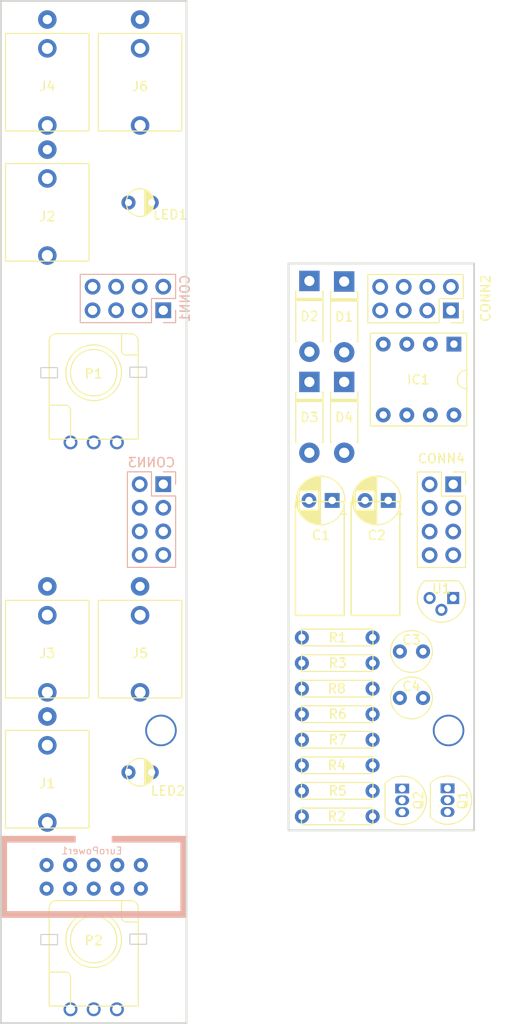
<source format=kicad_pcb>
(kicad_pcb (version 20211014) (generator pcbnew)
  (layers (0 "F.Cu" signal) (31 "B.Cu" signal) (34 "B.Paste" user) (35 "F.Paste" user) (36 "B.SilkS" user "B.Silkscreen") (37 "F.SilkS" user "F.Silkscreen") (38 "B.Mask" user) (39 "F.Mask" user) (44 "Edge.Cuts" user))
  (net 0 "")
  (net 1 "+12V")
  (net 2 "Earth")
  (net 3 "-12V")
  (net 4 "Net-(D2-Pad2)")
  (net 5 "+5V")
  (net 6 "Net-(R4-Pad1)")
  (net 7 "Net-(J1-Pad3)")
  (net 8 "Net-(J2-Pad3)")
  (net 11 "Net-(D3-Pad1)")
  (net 12 "/COM2A A")
  (net 13 "/COM1A A")
  (net 14 "/COM2OUT A")
  (net 15 "/COM1OUT A")
  (net 16 "/COM1LED A")
  (net 17 "/COM2LED A")
  (net 18 "/COM2B A")
  (net 19 "/COM1B A")
  (net 20 "/COM2LED B")
  (net 21 "/COM1LED B")
  (net 22 "/COM1OUT B")
  (net 23 "/COM2OUT B")
  (net 24 "Net-(R1-Pad1)")
  (net 25 "Net-(R2-Pad1)")
  (net 26 "/COM1A B")
  (net 27 "/COM1B B")
  (net 28 "/12V B")
  (net 29 "/GND B")
  (net 30 "/-12V B")
  (net 31 "/COM2A B")
  (net 32 "/COM2B B")
  (net 33 "Net-(CONN4-Pad5)")
  (net 34 "Net-(D4-Pad1)")
  (net 35 "Net-(D4-Pad2)")
  (footprint "Eurorack:Capacitor Small Non-Polarised" (layer "F.Cu") (at 43 75)
    (fp_text reference "C4" (at 1.25 -1.25 unlocked) (layer "F.SilkS"))
    (fp_text value "100n")
    (pad "1" thru_hole circle (at 0 0) (size 1.524 1.524) (drill 0.762) (layers *.Cu *.Mask) (net 5 "+5V"))
    (pad "2" thru_hole circle (at 2.5 0) (size 1.524 1.524) (drill 0.762) (layers *.Cu *.Mask) (net 29 "/GND B"))
  )
  (footprint "Eurorack:Resistor 0.25W Through-Hole Short" (layer "F.Cu") (at 36.25 76.75)
    (fp_text reference "R6" (at 0.05 0 unlocked) (layer "F.SilkS"))
    (fp_text value "100K")
    (pad "1" thru_hole circle (at -3.81 0) (size 1.524 1.524) (drill 0.762) (layers *.Cu *.Mask) (net 29 "/GND B"))
    (pad "2" thru_hole circle (at 3.81 0) (size 1.524 1.524) (drill 0.762) (layers *.Cu *.Mask) (net 35 "Net-(D4-Pad2)"))
  )
  (footprint "Eurorack:Thonkiconn Mono Jack" (layer "F.Cu") (at 5 22 -90)
    (fp_text reference "J2" (at 1.2 0 unlocked) (layer "F.SilkS"))
    (fp_text value "Comparator 1 B")
    (pad "1" thru_hole circle (at -6 0 270) (size 2 2) (drill 1) (layers *.Cu *.Mask) (net 2 "Earth"))
    (pad "2" thru_hole circle (at -2.9 0 270) (size 2 2) (drill 1.2) (layers *.Cu *.Mask) (net 1 "+12V"))
    (pad "3" thru_hole circle (at 5.4 0 270) (size 2 2) (drill 1.2) (layers *.Cu *.Mask) (net 8 "Net-(J2-Pad3)"))
  )
  (footprint "Eurorack:Resistor 0.25W Through-Hole Short" (layer "F.Cu") (at 36.25 71.25)
    (fp_text reference "R3" (at 0.05 0 unlocked) (layer "F.SilkS"))
    (fp_text value "100K")
    (pad "1" thru_hole circle (at -3.81 0) (size 1.524 1.524) (drill 0.762) (layers *.Cu *.Mask) (net 34 "Net-(D4-Pad1)"))
    (pad "2" thru_hole circle (at 3.81 0) (size 1.524 1.524) (drill 0.762) (layers *.Cu *.Mask) (net 24 "Net-(R1-Pad1)"))
  )
  (footprint "Eurorack:Resistor 0.25W Through-Hole Short" (layer "F.Cu") (at 36.25 85)
    (fp_text reference "R5" (at 0.05 0 unlocked) (layer "F.SilkS"))
    (fp_text value "100K")
    (pad "1" thru_hole circle (at -3.81 0) (size 1.524 1.524) (drill 0.762) (layers *.Cu *.Mask) (net 11 "Net-(D3-Pad1)"))
    (pad "2" thru_hole circle (at 3.81 0) (size 1.524 1.524) (drill 0.762) (layers *.Cu *.Mask) (net 25 "Net-(R2-Pad1)"))
  )
  (footprint "Eurorack:Resistor 0.25W Through-Hole Short" (layer "F.Cu") (at 36.25 82.25 180)
    (fp_text reference "R4" (at 0.05 0 unlocked) (layer "F.SilkS"))
    (fp_text value "1K")
    (pad "1" thru_hole circle (at -3.81 0 180) (size 1.524 1.524) (drill 0.762) (layers *.Cu *.Mask) (net 6 "Net-(R4-Pad1)"))
    (pad "2" thru_hole circle (at 3.81 0 180) (size 1.524 1.524) (drill 0.762) (layers *.Cu *.Mask) (net 22 "/COM1OUT B"))
  )
  (footprint "Capacitor_THT:CP_Radial_D5.0mm_P2.50mm" (layer "F.Cu") (at 35.705113 53.75 180)
    (fp_text reference "C1" (at 1.205113 -3.75 180) (layer "F.SilkS"))
    (fp_text value "10u")
    (pad "1" thru_hole rect (at 0 0 180) (size 1.6 1.6) (drill 0.8) (layers *.Cu *.Mask) (net 28 "/12V B"))
    (pad "2" thru_hole circle (at 2.5 0 180) (size 1.6 1.6) (drill 0.8) (layers *.Cu *.Mask) (net 29 "/GND B"))
  )
  (footprint "Diode_THT:D_DO-41_SOD81_P7.62mm_Horizontal" (layer "F.Cu") (at 33.25 30.13 -90)
    (fp_text reference "D2" (at 3.81 0 180) (layer "F.SilkS"))
    (fp_text value "DIODE")
    (pad "1" thru_hole rect (at 0 0 270) (size 2.2 2.2) (drill 1.1) (layers *.Cu *.Mask) (net 30 "/-12V B"))
    (pad "2" thru_hole oval (at 7.62 0 270) (size 2.2 2.2) (drill 1.1) (layers *.Cu *.Mask) (net 4 "Net-(D2-Pad2)"))
  )
  (footprint "Eurorack:Potentiometer 9mm Vertical Linear" (layer "F.Cu") (at 10 108.505)
    (fp_text reference "P2" (at 0 -7.4 unlocked) (layer "F.SilkS"))
    (fp_text value "Comparator 1 Attenuator")
    (fp_rect (start -5.7 -6.95) (end -3.9 -8.05) (layer "Edge.Cuts") (width 0.12) (fill none))
    (fp_rect (start 3.9 -7) (end 5.7 -8.1) (layer "Edge.Cuts") (width 0.12) (fill none))
    (pad "1" thru_hole circle (at -2.5 0) (size 1.5 1.5) (drill 1) (layers *.Cu *.Mask) (net 2 "Earth"))
    (pad "2" thru_hole circle (at 0 0) (size 1.5 1.5) (drill 1) (layers *.Cu *.Mask) (net 19 "/COM1B A"))
    (pad "3" thru_hole circle (at 2.5 0) (size 1.5 1.5) (drill 1) (layers *.Cu *.Mask) (net 8 "Net-(J2-Pad3)"))
  )
  (footprint "Eurorack:Resistor 0.25W Through-Hole Short" (layer "F.Cu") (at 36.25 87.75 180)
    (fp_text reference "R2" (at 0.05 0 unlocked) (layer "F.SilkS"))
    (fp_text value "4.7K")
    (pad "1" thru_hole circle (at -3.81 0 180) (size 1.524 1.524) (drill 0.762) (layers *.Cu *.Mask) (net 25 "Net-(R2-Pad1)"))
    (pad "2" thru_hole circle (at 3.81 0 180) (size 1.524 1.524) (drill 0.762) (layers *.Cu *.Mask) (net 21 "/COM1LED B"))
  )
  (footprint "Eurorack:LED 3mm" (layer "F.Cu") (at 15 21.7)
    (fp_text reference "LED1" (at 3.25 1.3 unlocked) (layer "F.SilkS"))
    (fp_text value "Comparator 1 LED")
    (pad "1" thru_hole circle (at -1.25 0) (size 1.524 1.524) (drill 0.762) (layers *.Cu *.Mask) (net 2 "Earth"))
    (pad "2" thru_hole circle (at 1.25 0) (size 1.524 1.524) (drill 0.762) (layers *.Cu *.Mask) (net 16 "/COM1LED A"))
  )
  (footprint "Connector_PinSocket_2.54mm:PinSocket_2x04_P2.54mm_Vertical" (layer "F.Cu") (at 48.5 33.305 -90)
    (fp_text reference "CONN2" (at -1.305 -3.75 90) (layer "F.SilkS"))
    (fp_text value "Conn_01x08_Female")
    (pad "1" thru_hole rect (at 0 0 270) (size 1.7 1.7) (drill 1) (layers *.Cu *.Mask) (net 26 "/COM1A B"))
    (pad "2" thru_hole oval (at -2.54 0 270) (size 1.7 1.7) (drill 1) (layers *.Cu *.Mask) (net 27 "/COM1B B"))
    (pad "3" thru_hole oval (at 0 2.54 270) (size 1.7 1.7) (drill 1) (layers *.Cu *.Mask) (net 22 "/COM1OUT B"))
    (pad "4" thru_hole oval (at -2.54 2.54 270) (size 1.7 1.7) (drill 1) (layers *.Cu *.Mask) (net 21 "/COM1LED B"))
    (pad "5" thru_hole oval (at 0 5.08 270) (size 1.7 1.7) (drill 1) (layers *.Cu *.Mask) (net 28 "/12V B"))
    (pad "6" thru_hole oval (at -2.54 5.08 270) (size 1.7 1.7) (drill 1) (layers *.Cu *.Mask) (net 29 "/GND B"))
    (pad "7" thru_hole oval (at 0 7.62 270) (size 1.7 1.7) (drill 1) (layers *.Cu *.Mask) (net 29 "/GND B"))
    (pad "8" thru_hole oval (at -2.54 7.62 270) (size 1.7 1.7) (drill 1) (layers *.Cu *.Mask) (net 30 "/-12V B"))
  )
  (footprint "Diode_THT:D_DO-41_SOD81_P7.62mm_Horizontal" (layer "F.Cu") (at 37 30.19 -90)
    (fp_text reference "D1" (at 3.81 0 180) (layer "F.SilkS"))
    (fp_text value "DIODE")
    (pad "1" thru_hole rect (at 0 0 270) (size 2.2 2.2) (drill 1.1) (layers *.Cu *.Mask) (net 33 "Net-(CONN4-Pad5)"))
    (pad "2" thru_hole oval (at 7.62 0 270) (size 2.2 2.2) (drill 1.1) (layers *.Cu *.Mask) (net 28 "/12V B"))
  )
  (footprint "Package_TO_SOT_THT:TO-92_Inline" (layer "F.Cu") (at 43.25 84.75 -90)
    (fp_text reference "Q2" (at 1.27 -1.75 90) (layer "F.SilkS"))
    (fp_text value "2N3904")
    (pad "1" thru_hole rect (at 0 0 270) (size 1.05 1.5) (drill 0.75) (layers *.Cu *.Mask) (net 6 "Net-(R4-Pad1)"))
    (pad "2" thru_hole oval (at 1.27 0 270) (size 1.05 1.5) (drill 0.75) (layers *.Cu *.Mask) (net 11 "Net-(D3-Pad1)"))
    (pad "3" thru_hole oval (at 2.54 0 270) (size 1.05 1.5) (drill 0.75) (layers *.Cu *.Mask) (net 5 "+5V"))
  )
  (footprint "Package_TO_SOT_THT:TO-92" (layer "F.Cu") (at 48.75 64.25 180)
    (fp_text reference "U1" (at 1.27 1) (layer "F.SilkS"))
    (fp_text value "L7805")
    (pad "1" thru_hole rect (at 0 0 180) (size 1.3 1.3) (drill 0.75) (layers *.Cu *.Mask) (net 28 "/12V B"))
    (pad "2" thru_hole circle (at 1.27 -1.27 180) (size 1.3 1.3) (drill 0.75) (layers *.Cu *.Mask) (net 29 "/GND B"))
    (pad "3" thru_hole circle (at 2.54 0 180) (size 1.3 1.3) (drill 0.75) (layers *.Cu *.Mask) (net 5 "+5V"))
  )
  (footprint "Eurorack:Thonkiconn Mono Jack" (layer "F.Cu") (at 5 8 -90)
    (fp_text reference "J4" (at 1.2 0 unlocked) (layer "F.SilkS"))
    (fp_text value "Comparator 1 A")
    (pad "1" thru_hole circle (at -6 0 270) (size 2 2) (drill 1) (layers *.Cu *.Mask) (net 2 "Earth"))
    (pad "2" thru_hole circle (at -2.9 0 270) (size 2 2) (drill 1.2) (layers *.Cu *.Mask) (net 2 "Earth"))
    (pad "3" thru_hole circle (at 5.4 0 270) (size 2 2) (drill 1.2) (layers *.Cu *.Mask) (net 13 "/COM1A A"))
  )
  (footprint "Eurorack:Thonkiconn Mono Jack" (layer "F.Cu") (at 15 69 -90)
    (fp_text reference "J5" (at 1.2 0 unlocked) (layer "F.SilkS"))
    (fp_text value "Comparator 2 Out")
    (pad "1" thru_hole circle (at -6 0 270) (size 2 2) (drill 1) (layers *.Cu *.Mask) (net 2 "Earth"))
    (pad "2" thru_hole circle (at -2.9 0 270) (size 2 2) (drill 1.2) (layers *.Cu *.Mask))
    (pad "3" thru_hole circle (at 5.4 0 270) (size 2 2) (drill 1.2) (layers *.Cu *.Mask) (net 14 "/COM2OUT A"))
  )
  (footprint "Eurorack:Resistor 0.25W Through-Hole Short" (layer "F.Cu") (at 36.25 74 180)
    (fp_text reference "R8" (at 0.05 0 unlocked) (layer "F.SilkS"))
    (fp_text value "1K")
    (pad "1" thru_hole circle (at -3.81 0 180) (size 1.524 1.524) (drill 0.762) (layers *.Cu *.Mask) (net 35 "Net-(D4-Pad2)"))
    (pad "2" thru_hole circle (at 3.81 0 180) (size 1.524 1.524) (drill 0.762) (layers *.Cu *.Mask) (net 23 "/COM2OUT B"))
  )
  (footprint "Package_TO_SOT_THT:TO-92_Inline" (layer "F.Cu") (at 48.14 84.73 -90)
    (fp_text reference "Q1" (at 1.27 -1.61 90) (layer "F.SilkS"))
    (fp_text value "2N3904")
    (pad "1" thru_hole rect (at 0 0 270) (size 1.05 1.5) (drill 0.75) (layers *.Cu *.Mask) (net 35 "Net-(D4-Pad2)"))
    (pad "2" thru_hole oval (at 1.27 0 270) (size 1.05 1.5) (drill 0.75) (layers *.Cu *.Mask) (net 34 "Net-(D4-Pad1)"))
    (pad "3" thru_hole oval (at 2.54 0 270) (size 1.05 1.5) (drill 0.75) (layers *.Cu *.Mask) (net 5 "+5V"))
  )
  (footprint "Eurorack:Resistor 0.25W Through-Hole Short" (layer "F.Cu") (at 36.25 68.5)
    (fp_text reference "R1" (at 0.05 0 unlocked) (layer "F.SilkS"))
    (fp_text value "4.7K")
    (pad "1" thru_hole circle (at -3.81 0) (size 1.524 1.524) (drill 0.762) (layers *.Cu *.Mask) (net 24 "Net-(R1-Pad1)"))
    (pad "2" thru_hole circle (at 3.81 0) (size 1.524 1.524) (drill 0.762) (layers *.Cu *.Mask) (net 20 "/COM2LED B"))
  )
  (footprint "Eurorack:Schottky Diode" (layer "F.Cu") (at 33.25 41 -90)
    (fp_text reference "D3" (at 3.81 0 180) (layer "F.SilkS"))
    (fp_text value "DIODE")
    (pad "1" thru_hole oval (at 7.62 0 270) (size 2.2 2.2) (drill 1.1) (layers *.Cu *.Mask) (net 11 "Net-(D3-Pad1)"))
    (pad "2" thru_hole rect (at 0 0 270) (size 2.2 2.2) (drill 1.1) (layers *.Cu *.Mask) (net 6 "Net-(R4-Pad1)"))
  )
  (footprint "Eurorack:Resistor 0.25W Through-Hole Short" (layer "F.Cu") (at 36.25 79.5)
    (fp_text reference "R7" (at 0.05 0 unlocked) (layer "F.SilkS"))
    (fp_text value "100K")
    (pad "1" thru_hole circle (at -3.81 0) (size 1.524 1.524) (drill 0.762) (layers *.Cu *.Mask) (net 29 "/GND B"))
    (pad "2" thru_hole circle (at 3.81 0) (size 1.524 1.524) (drill 0.762) (layers *.Cu *.Mask) (net 6 "Net-(R4-Pad1)"))
  )
  (footprint "Capacitor_THT:CP_Radial_D5.0mm_P2.50mm" (layer "F.Cu") (at 41.75 53.75 180)
    (fp_text reference "C2" (at 1.25 -3.75 180) (layer "F.SilkS"))
    (fp_text value "10u")
    (pad "1" thru_hole rect (at 0 0 180) (size 1.6 1.6) (drill 0.8) (layers *.Cu *.Mask) (net 29 "/GND B"))
    (pad "2" thru_hole circle (at 2.5 0 180) (size 1.6 1.6) (drill 0.8) (layers *.Cu *.Mask) (net 30 "/-12V B"))
  )
  (footprint "Eurorack:Thonkiconn Mono Jack" (layer "F.Cu") (at 5 69 -90)
    (fp_text reference "J3" (at 1.2 0 unlocked) (layer "F.SilkS"))
    (fp_text value "Comparator 2 A")
    (pad "1" thru_hole circle (at -6 0 270) (size 2 2) (drill 1) (layers *.Cu *.Mask) (net 2 "Earth"))
    (pad "2" thru_hole circle (at -2.9 0 270) (size 2 2) (drill 1.2) (layers *.Cu *.Mask) (net 2 "Earth"))
    (pad "3" thru_hole circle (at 5.4 0 270) (size 2 2) (drill 1.2) (layers *.Cu *.Mask) (net 12 "/COM2A A"))
  )
  (footprint "Eurorack:Thonkiconn Mono Jack" (layer "F.Cu") (at 5 83 -90)
    (fp_text reference "J1" (at 1.2 0 unlocked) (layer "F.SilkS"))
    (fp_text value "Comparator 2 B")
    (pad "1" thru_hole circle (at -6 0 270) (size 2 2) (drill 1) (layers *.Cu *.Mask) (net 2 "Earth"))
    (pad "2" thru_hole circle (at -2.9 0 270) (size 2 2) (drill 1.2) (layers *.Cu *.Mask) (net 1 "+12V"))
    (pad "3" thru_hole circle (at 5.4 0 270) (size 2 2) (drill 1.2) (layers *.Cu *.Mask) (net 7 "Net-(J1-Pad3)"))
  )
  (footprint "Eurorack:Thonkiconn Mono Jack" (layer "F.Cu") (at 15 8 -90)
    (fp_text reference "J6" (at 1.2 0 unlocked) (layer "F.SilkS"))
    (fp_text value "Comparator 1 Out")
    (pad "1" thru_hole circle (at -6 0 270) (size 2 2) (drill 1) (layers *.Cu *.Mask) (net 2 "Earth"))
    (pad "2" thru_hole circle (at -2.9 0 270) (size 2 2) (drill 1.2) (layers *.Cu *.Mask))
    (pad "3" thru_hole circle (at 5.4 0 270) (size 2 2) (drill 1.2) (layers *.Cu *.Mask) (net 15 "/COM1OUT A"))
  )
  (footprint "Eurorack:DIP-8 IC Socket" (layer "F.Cu") (at 45 40.75 -90)
    (fp_text reference "IC1" (at 0 0 unlocked) (layer "F.SilkS"))
    (fp_text value "LM2904")
    (pad "1" thru_hole rect (at -3.82 -3.83 270) (size 1.6 1.6) (drill 0.8) (layers *.Cu *.Mask) (net 25 "Net-(R2-Pad1)"))
    (pad "2" thru_hole oval (at -3.82 -1.29 270) (size 1.6 1.6) (drill 0.8) (layers *.Cu *.Mask) (net 27 "/COM1B B"))
    (pad "3" thru_hole oval (at -3.82 1.25 270) (size 1.6 1.6) (drill 0.8) (layers *.Cu *.Mask) (net 26 "/COM1A B"))
    (pad "4" thru_hole oval (at -3.82 3.79 270) (size 1.6 1.6) (drill 0.8) (layers *.Cu *.Mask) (net 30 "/-12V B"))
    (pad "5" thru_hole oval (at 3.8 3.79 270) (size 1.6 1.6) (drill 0.8) (layers *.Cu *.Mask) (net 31 "/COM2A B"))
    (pad "6" thru_hole oval (at 3.8 1.25 270) (size 1.6 1.6) (drill 0.8) (layers *.Cu *.Mask) (net 32 "/COM2B B"))
    (pad "7" thru_hole oval (at 3.8 -1.29 270) (size 1.6 1.6) (drill 0.8) (layers *.Cu *.Mask) (net 24 "Net-(R1-Pad1)"))
    (pad "8" thru_hole oval (at 3.8 -3.83 270) (size 1.6 1.6) (drill 0.8) (layers *.Cu *.Mask) (net 28 "/12V B"))
  )
  (footprint "Eurorack:LED 3mm" (layer "F.Cu") (at 15 83)
    (fp_text reference "LED2" (at 3 2 unlocked) (layer "F.SilkS"))
    (fp_text value "Comparator 2 LED")
    (pad "1" thru_hole circle (at -1.25 0) (size 1.524 1.524) (drill 0.762) (layers *.Cu *.Mask) (net 2 "Earth"))
    (pad "2" thru_hole circle (at 1.25 0) (size 1.524 1.524) (drill 0.762) (layers *.Cu *.Mask) (net 17 "/COM2LED A"))
  )
  (footprint "Connector_PinSocket_2.54mm:PinSocket_2x04_P2.54mm_Vertical" (layer "F.Cu") (at 48.75 52.015)
    (fp_text reference "CONN4" (at -1.27 -2.77) (layer "F.SilkS"))
    (fp_text value "Conn_01x08_Female")
    (pad "1" thru_hole rect (at 0 0) (size 1.7 1.7) (drill 1) (layers *.Cu *.Mask) (net 31 "/COM2A B"))
    (pad "2" thru_hole oval (at -2.54 0) (size 1.7 1.7) (drill 1) (layers *.Cu *.Mask) (net 32 "/COM2B B"))
    (pad "3" thru_hole oval (at 0 2.54) (size 1.7 1.7) (drill 1) (layers *.Cu *.Mask) (net 23 "/COM2OUT B"))
    (pad "4" thru_hole oval (at -2.54 2.54) (size 1.7 1.7) (drill 1) (layers *.Cu *.Mask) (net 20 "/COM2LED B"))
    (pad "5" thru_hole oval (at 0 5.08) (size 1.7 1.7) (drill 1) (layers *.Cu *.Mask) (net 33 "Net-(CONN4-Pad5)"))
    (pad "6" thru_hole oval (at -2.54 5.08) (size 1.7 1.7) (drill 1) (layers *.Cu *.Mask) (net 29 "/GND B"))
    (pad "7" thru_hole oval (at 0 7.62) (size 1.7 1.7) (drill 1) (layers *.Cu *.Mask) (net 29 "/GND B"))
    (pad "8" thru_hole oval (at -2.54 7.62) (size 1.7 1.7) (drill 1) (layers *.Cu *.Mask) (net 4 "Net-(D2-Pad2)"))
  )
  (footprint "Eurorack:Schottky Diode" (layer "F.Cu") (at 37 41 -90)
    (fp_text reference "D4" (at 3.81 0 180) (layer "F.SilkS"))
    (fp_text value "DIODE")
    (pad "1" thru_hole oval (at 7.62 0 270) (size 2.2 2.2) (drill 1.1) (layers *.Cu *.Mask) (net 34 "Net-(D4-Pad1)"))
    (pad "2" thru_hole rect (at 0 0 270) (size 2.2 2.2) (drill 1.1) (layers *.Cu *.Mask) (net 35 "Net-(D4-Pad2)"))
  )
  (footprint "Eurorack:Capacitor Small Non-Polarised" (layer "F.Cu") (at 45.5 70 180)
    (fp_text reference "C3" (at 1.25 1.25 unlocked) (layer "F.SilkS"))
    (fp_text value "220n")
    (pad "1" thru_hole circle (at 0 0 180) (size 1.524 1.524) (drill 0.762) (layers *.Cu *.Mask) (net 28 "/12V B"))
    (pad "2" thru_hole circle (at 2.5 0 180) (size 1.524 1.524) (drill 0.762) (layers *.Cu *.Mask) (net 29 "/GND B"))
  )
  (footprint "Eurorack:Potentiometer 9mm Vertical Linear" (layer "F.Cu") (at 10 47.505)
    (fp_text reference "P1" (at 0 -7.4 unlocked) (layer "F.SilkS"))
    (fp_text value "Comparator 1 Attenuator")
    (fp_rect (start 3.9 -7) (end 5.7 -8.1) (layer "Edge.Cuts") (width 0.12) (fill none))
    (fp_rect (start -5.7 -6.95) (end -3.9 -8.05) (layer "Edge.Cuts") (width 0.12) (fill none))
    (pad "1" thru_hole circle (at -2.5 0) (size 1.5 1.5) (drill 1) (layers *.Cu *.Mask) (net 2 "Earth"))
    (pad "2" thru_hole circle (at 0 0) (size 1.5 1.5) (drill 1) (layers *.Cu *.Mask) (net 18 "/COM2B A"))
    (pad "3" thru_hole circle (at 2.5 0) (size 1.5 1.5) (drill 1) (layers *.Cu *.Mask) (net 7 "Net-(J1-Pad3)"))
  )
  (footprint "Eurorack:Eurorack Power Header Unlabeled" (layer "B.Cu") (at 10 94.25 180)
    (fp_text reference "EuroPower1" (at 0.2 2.8 unlocked) (layer "B.SilkS") (effects (font (size 0.75 0.75) (thickness 0.1)) (justify mirror)))
    (fp_text value "02x05 Shrouded")
    (pad "1" thru_hole circle (at 5.08 1.27 180) (size 1.524 1.524) (drill 0.762) (layers *.Cu *.Mask) (net 3 "-12V"))
    (pad "2" thru_hole circle (at 5.08 -1.27 180) (size 1.524 1.524) (drill 0.762) (layers *.Cu *.Mask) (net 3 "-12V"))
    (pad "3" thru_hole circle (at 2.54 1.27 180) (size 1.524 1.524) (drill 0.762) (layers *.Cu *.Mask) (net 2 "Earth"))
    (pad "4" thru_hole circle (at 2.54 -1.27 180) (size 1.524 1.524) (drill 0.762) (layers *.Cu *.Mask) (net 2 "Earth"))
    (pad "5" thru_hole circle (at 0 1.27 180) (size 1.524 1.524) (drill 0.762) (layers *.Cu *.Mask) (net 2 "Earth"))
    (pad "6" thru_hole circle (at 0 -1.27 180) (size 1.524 1.524) (drill 0.762) (layers *.Cu *.Mask) (net 2 "Earth"))
    (pad "7" thru_hole circle (at -2.54 1.27 180) (size 1.524 1.524) (drill 0.762) (layers *.Cu *.Mask) (net 2 "Earth"))
    (pad "8" thru_hole circle (at -2.54 -1.27 180) (size 1.524 1.524) (drill 0.762) (layers *.Cu *.Mask) (net 2 "Earth"))
    (pad "9" thru_hole circle (at -5.08 1.27 180) (size 1.524 1.524) (drill 0.762) (layers *.Cu *.Mask) (net 1 "+12V"))
    (pad "10" thru_hole circle (at -5.08 -1.27 180) (size 1.524 1.524) (drill 0.762) (layers *.Cu *.Mask) (net 1 "+12V"))
  )
  (footprint "Connector_PinHeader_2.54mm:PinHeader_2x04_P2.54mm_Vertical" (layer "B.Cu") (at 17.5 33.29 90)
    (fp_text reference "CONN1" (at 1.27 2.33 90) (layer "B.SilkS") (effects (justify mirror)))
    (fp_text value "Conn_01x08_Male")
    (pad "1" thru_hole rect (at 0 0 90) (size 1.7 1.7) (drill 1) (layers *.Cu *.Mask) (net 13 "/COM1A A"))
    (pad "2" thru_hole oval (at 2.54 0 90) (size 1.7 1.7) (drill 1) (layers *.Cu *.Mask) (net 19 "/COM1B A"))
    (pad "3" thru_hole oval (at 0 -2.54 90) (size 1.7 1.7) (drill 1) (layers *.Cu *.Mask) (net 15 "/COM1OUT A"))
    (pad "4" thru_hole oval (at 2.54 -2.54 90) (size 1.7 1.7) (drill 1) (layers *.Cu *.Mask) (net 16 "/COM1LED A"))
    (pad "5" thru_hole oval (at 0 -5.08 90) (size 1.7 1.7) (drill 1) (layers *.Cu *.Mask) (net 1 "+12V"))
    (pad "6" thru_hole oval (at 2.54 -5.08 90) (size 1.7 1.7) (drill 1) (layers *.Cu *.Mask) (net 2 "Earth"))
    (pad "7" thru_hole oval (at 0 -7.62 90) (size 1.7 1.7) (drill 1) (layers *.Cu *.Mask) (net 2 "Earth"))
    (pad "8" thru_hole oval (at 2.54 -7.62 90) (size 1.7 1.7) (drill 1) (layers *.Cu *.Mask) (net 3 "-12V"))
  )
  (footprint "Connector_PinHeader_2.54mm:PinHeader_2x04_P2.54mm_Vertical" (layer "B.Cu") (at 17.5 52 180)
    (fp_text reference "CONN3" (at 1.27 2.33) (layer "B.SilkS") (effects (justify mirror)))
    (fp_text value "Conn_01x08_Male")
    (pad "1" thru_hole rect (at 0 0 180) (size 1.7 1.7) (drill 1) (layers *.Cu *.Mask) (net 12 "/COM2A A"))
    (pad "2" thru_hole oval (at 2.54 0 180) (size 1.7 1.7) (drill 1) (layers *.Cu *.Mask) (net 18 "/COM2B A"))
    (pad "3" thru_hole oval (at 0 -2.54 180) (size 1.7 1.7) (drill 1) (layers *.Cu *.Mask) (net 14 "/COM2OUT A"))
    (pad "4" thru_hole oval (at 2.54 -2.54 180) (size 1.7 1.7) (drill 1) (layers *.Cu *.Mask) (net 17 "/COM2LED A"))
    (pad "5" thru_hole oval (at 0 -5.08 180) (size 1.7 1.7) (drill 1) (layers *.Cu *.Mask) (net 1 "+12V"))
    (pad "6" thru_hole oval (at 2.54 -5.08 180) (size 1.7 1.7) (drill 1) (layers *.Cu *.Mask) (net 2 "Earth"))
    (pad "7" thru_hole oval (at 0 -7.62 180) (size 1.7 1.7) (drill 1) (layers *.Cu *.Mask) (net 2 "Earth"))
    (pad "8" thru_hole oval (at 2.54 -7.62 180) (size 1.7 1.7) (drill 1) (layers *.Cu *.Mask) (net 3 "-12V"))
  )
  (gr_rect (start 43 66.125) (end 37.75 53.875) (layer "F.SilkS") (width 0.15) (fill none))
  (gr_rect (start 37 66.125) (end 31.75 53.875) (layer "F.SilkS") (width 0.15) (fill none))
  (gr_rect (start 0 0) (end 20 110) (layer "Edge.Cuts") (width 0.2) (fill none))
  (gr_rect (start 31 28.25) (end 51 89.25) (layer "Edge.Cuts") (width 0.2) (fill none))
  (via (at 17.25 78.5) (size 3.4) (drill 3) (layers "F.Cu" "B.Cu") (net 0))
  (via (at 48.25 78.5) (size 3.4) (drill 3) (layers "F.Cu" "B.Cu") (net 0))
)
</source>
